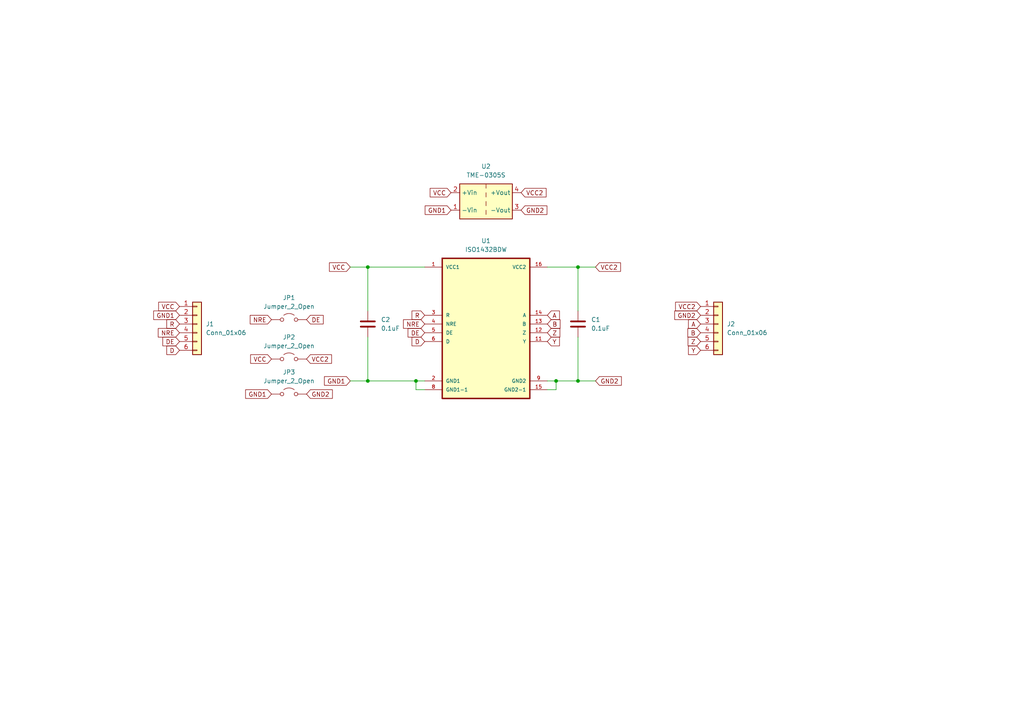
<source format=kicad_sch>
(kicad_sch (version 20231120) (generator "eeschema") (generator_version "8.0")
  (paper "A4")
  (lib_symbols
    (symbol "Connector_Generic:Conn_01x06" (pin_names (offset 1.016) hide)
      (property "Reference" "J" (at 0 7.62 0))
      (property "Value" "Conn_01x06" (at 0 -10.16 0))
      (symbol "Conn_01x06_1_1"
        (rectangle (start -1.27 -7.493) (end 0 -7.747) (stroke (width 0.1524)))
        (rectangle (start -1.27 -4.953) (end 0 -5.207) (stroke (width 0.1524)))
        (rectangle (start -1.27 -2.413) (end 0 -2.667) (stroke (width 0.1524)))
        (rectangle (start -1.27 0.127) (end 0 -0.127) (stroke (width 0.1524)))
        (rectangle (start -1.27 2.667) (end 0 2.413) (stroke (width 0.1524)))
        (rectangle (start -1.27 5.207) (end 0 4.953) (stroke (width 0.1524)))
        (rectangle (start -1.27 6.35) (end 1.27 -8.89) (stroke (width 0.254)) (fill (type background)))
        (pin passive line (at -5.08 5.08 0) (length 3.81) (name "Pin_1") (number "1"))
        (pin passive line (at -5.08 2.54 0) (length 3.81) (name "Pin_2") (number "2"))
        (pin passive line (at -5.08 0 0) (length 3.81) (name "Pin_3") (number "3"))
        (pin passive line (at -5.08 -2.54 0) (length 3.81) (name "Pin_4") (number "4"))
        (pin passive line (at -5.08 -5.08 0) (length 3.81) (name "Pin_5") (number "5"))
        (pin passive line (at -5.08 -7.62 0) (length 3.81) (name "Pin_6") (number "6"))
      )
    )
    (symbol "Converter_DCDC:TME-0305S"
      (property "Reference" "U" (at -6.35 6.35 0))
      (property "Value" "TME-0305S" (at 2.54 6.35 0))
      (symbol "TME-0305S_0_0"
        (pin power_in line (at -10.16 -2.54 0) (length 2.54) (name "-Vin") (number "1"))
        (pin power_in line (at -10.16 2.54 0) (length 2.54) (name "+Vin") (number "2"))
        (pin power_out line (at 10.16 -2.54 180) (length 2.54) (name "-Vout") (number "3"))
        (pin power_out line (at 10.16 2.54 180) (length 2.54) (name "+Vout") (number "4"))
      )
      (symbol "TME-0305S_0_1"
        (rectangle (start -7.62 5.08) (end 7.62 -5.08) (stroke (width 0.254)) (fill (type background)))
        (polyline (pts (xy 0 -2.54) (xy 0 -3.81)))
        (polyline (pts (xy 0 0) (xy 0 -1.27)))
        (polyline (pts (xy 0 2.54) (xy 0 1.27)))
        (polyline (pts (xy 0 5.08) (xy 0 3.81)))
      )
    )
    (symbol "Device:C" (pin_numbers hide) (pin_names (offset 0.254))
      (property "Reference" "C" (at 0.635 2.54 0))
      (property "Value" "C" (at 0.635 -2.54 0))
      (symbol "C_0_1"
        (polyline (pts (xy -2.032 -0.762) (xy 2.032 -0.762)) (stroke (width 0.508)))
        (polyline (pts (xy -2.032 0.762) (xy 2.032 0.762)) (stroke (width 0.508)))
      )
      (symbol "C_1_1"
        (pin passive line (at 0 3.81 270) (length 2.794) (name "~") (number "1"))
        (pin passive line (at 0 -3.81 90) (length 2.794) (name "~") (number "2"))
      )
    )
    (symbol "ISO1432:ISO1432BDW" (pin_names (offset 1.016))
      (property "Reference" "U" (at -12.7 21.32 0))
      (property "Value" "ISO1432BDW" (at -6.096 23.114 0))
      (symbol "ISO1432BDW_0_0"
        (rectangle (start -12.7 20.32) (end 12.7 -20.32) (stroke (width 0.41)) (fill (type background)))
        (pin power_in line (at -17.78 17.78 0) (length 5.08) (name "VCC1") (number "1"))
        (pin output line (at 17.78 -3.81 180) (length 5.08) (name "Y") (number "11"))
        (pin bidirectional line (at 17.78 -1.27 180) (length 5.08) (name "Z") (number "12"))
        (pin input line (at 17.78 1.27 180) (length 5.08) (name "B") (number "13"))
        (pin input line (at 17.78 3.81 180) (length 5.08) (name "A") (number "14"))
        (pin power_in line (at 17.78 -17.78 180) (length 5.08) (name "GND2-1") (number "15"))
        (pin power_in line (at 17.78 17.78 180) (length 5.08) (name "VCC2") (number "16"))
        (pin power_in line (at -17.78 -15.24 0) (length 5.08) (name "GND1") (number "2"))
        (pin output line (at -17.78 3.81 0) (length 5.08) (name "R") (number "3"))
        (pin input line (at -17.78 1.27 0) (length 5.08) (name "NRE") (number "4"))
        (pin input line (at -17.78 -1.27 0) (length 5.08) (name "DE") (number "5"))
        (pin input line (at -17.78 -3.81 0) (length 5.08) (name "D") (number "6"))
        (pin power_in line (at -17.78 -17.78 0) (length 5.08) (name "GND1-1") (number "8"))
        (pin power_in line (at 17.78 -15.24 180) (length 5.08) (name "GND2") (number "9"))
      )
    )
    (symbol "Jumper:Jumper_2_Open" (pin_numbers hide) (pin_names (offset 0) hide) (exclude_from_sim yes)
      (property "Reference" "JP" (at 0 2.794 0))
      (property "Value" "Jumper_2_Open" (at 0 -2.286 0))
      (symbol "Jumper_2_Open_0_0"
        (circle (center -2.032 0) (radius 0.508))
        (circle (center 2.032 0) (radius 0.508))
      )
      (symbol "Jumper_2_Open_0_1"
        (arc (start 1.524 1.27) (mid 0 1.778) (end -1.524 1.27))
      )
      (symbol "Jumper_2_Open_1_1"
        (pin passive line (at -5.08 0 0) (length 2.54) (name "A") (number "1"))
        (pin passive line (at 5.08 0 180) (length 2.54) (name "B") (number "2"))
      )
    )
  )
  (junction (at 120.65 110.49))
  (junction (at 106.68 110.49))
  (junction (at 167.64 77.47))
  (junction (at 167.64 110.49))
  (junction (at 106.68 77.47))
  (junction (at 161.29 110.49))
  (wire (pts (xy 167.64 77.47) (xy 167.64 90.17)))
  (wire (pts (xy 106.68 90.17) (xy 106.68 77.47)))
  (wire (pts (xy 106.68 77.47) (xy 123.19 77.47)))
  (wire (pts (xy 167.64 110.49) (xy 172.72 110.49)))
  (wire (pts (xy 106.68 77.47) (xy 101.6 77.47)))
  (wire (pts (xy 106.68 110.49) (xy 120.65 110.49)))
  (wire (pts (xy 161.29 110.49) (xy 161.29 113.03)))
  (wire (pts (xy 158.75 110.49) (xy 161.29 110.49)))
  (wire (pts (xy 167.64 110.49) (xy 161.29 110.49)))
  (wire (pts (xy 158.75 77.47) (xy 167.64 77.47)))
  (wire (pts (xy 120.65 110.49) (xy 120.65 113.03)))
  (wire (pts (xy 161.29 113.03) (xy 158.75 113.03)))
  (wire (pts (xy 123.19 110.49) (xy 120.65 110.49)))
  (wire (pts (xy 120.65 113.03) (xy 123.19 113.03)))
  (wire (pts (xy 167.64 77.47) (xy 172.72 77.47)))
  (wire (pts (xy 167.64 97.79) (xy 167.64 110.49)))
  (wire (pts (xy 101.6 110.49) (xy 106.68 110.49)))
  (wire (pts (xy 106.68 110.49) (xy 106.68 97.79)))
  (global_label "Z" (shape input) (at 203.2 99.06 180) (property "Intersheetrefs" "${INTERSHEET_REFS}" (effects (hide yes))))
  (global_label "DE" (shape input) (at 123.19 96.52 180) (property "Intersheetrefs" "${INTERSHEET_REFS}" (effects (hide yes))))
  (global_label "R" (shape input) (at 52.07 93.98 180) (property "Intersheetrefs" "${INTERSHEET_REFS}" (effects (hide yes))))
  (global_label "Z" (shape input) (at 158.75 96.52 0) (property "Intersheetrefs" "${INTERSHEET_REFS}" (effects (hide yes))))
  (global_label "DE" (shape input) (at 52.07 99.06 180) (property "Intersheetrefs" "${INTERSHEET_REFS}" (effects (hide yes))))
  (global_label "Y" (shape input) (at 203.2 101.6 180) (property "Intersheetrefs" "${INTERSHEET_REFS}" (effects (hide yes))))
  (global_label "D" (shape input) (at 123.19 99.06 180) (property "Intersheetrefs" "${INTERSHEET_REFS}" (effects (hide yes))))
  (global_label "NRE" (shape input) (at 123.19 93.98 180) (property "Intersheetrefs" "${INTERSHEET_REFS}" (effects (hide yes))))
  (global_label "B" (shape input) (at 203.2 96.52 180) (property "Intersheetrefs" "${INTERSHEET_REFS}" (effects (hide yes))))
  (global_label "GND1" (shape input) (at 52.07 91.44 180) (property "Intersheetrefs" "${INTERSHEET_REFS}" (effects (hide yes))))
  (global_label "GND1" (shape input) (at 101.6 110.49 180) (property "Intersheetrefs" "${INTERSHEET_REFS}" (effects (hide yes))))
  (global_label "VCC" (shape input) (at 101.6 77.47 180) (property "Intersheetrefs" "${INTERSHEET_REFS}" (effects (hide yes))))
  (global_label "GND1" (shape input) (at 130.81 60.96 180) (property "Intersheetrefs" "${INTERSHEET_REFS}" (effects (hide yes))))
  (global_label "VCC" (shape input) (at 78.74 104.14 180) (property "Intersheetrefs" "${INTERSHEET_REFS}" (effects (hide yes))))
  (global_label "GND2" (shape input) (at 172.72 110.49 0) (property "Intersheetrefs" "${INTERSHEET_REFS}" (effects (hide yes))))
  (global_label "VCC2" (shape input) (at 172.72 77.47 0) (property "Intersheetrefs" "${INTERSHEET_REFS}" (effects (hide yes))))
  (global_label "GND2" (shape input) (at 151.13 60.96 0) (property "Intersheetrefs" "${INTERSHEET_REFS}" (effects (hide yes))))
  (global_label "DE" (shape input) (at 88.9 92.71 0) (property "Intersheetrefs" "${INTERSHEET_REFS}" (effects (hide yes))))
  (global_label "VCC2" (shape input) (at 88.9 104.14 0) (property "Intersheetrefs" "${INTERSHEET_REFS}" (effects (hide yes))))
  (global_label "VCC2" (shape input) (at 203.2 88.9 180) (property "Intersheetrefs" "${INTERSHEET_REFS}" (effects (hide yes))))
  (global_label "GND2" (shape input) (at 88.9 114.3 0) (property "Intersheetrefs" "${INTERSHEET_REFS}" (effects (hide yes))))
  (global_label "R" (shape input) (at 123.19 91.44 180) (property "Intersheetrefs" "${INTERSHEET_REFS}" (effects (hide yes))))
  (global_label "VCC" (shape input) (at 130.81 55.88 180) (property "Intersheetrefs" "${INTERSHEET_REFS}" (effects (hide yes))))
  (global_label "GND1" (shape input) (at 78.74 114.3 180) (property "Intersheetrefs" "${INTERSHEET_REFS}" (effects (hide yes))))
  (global_label "GND2" (shape input) (at 203.2 91.44 180) (property "Intersheetrefs" "${INTERSHEET_REFS}" (effects (hide yes))))
  (global_label "A" (shape input) (at 158.75 91.44 0) (property "Intersheetrefs" "${INTERSHEET_REFS}" (effects (hide yes))))
  (global_label "A" (shape input) (at 203.2 93.98 180) (property "Intersheetrefs" "${INTERSHEET_REFS}" (effects (hide yes))))
  (global_label "VCC" (shape input) (at 52.07 88.9 180) (property "Intersheetrefs" "${INTERSHEET_REFS}" (effects (hide yes))))
  (global_label "D" (shape input) (at 52.07 101.6 180) (property "Intersheetrefs" "${INTERSHEET_REFS}" (effects (hide yes))))
  (global_label "VCC2" (shape input) (at 151.13 55.88 0) (property "Intersheetrefs" "${INTERSHEET_REFS}" (effects (hide yes))))
  (global_label "NRE" (shape input) (at 52.07 96.52 180) (property "Intersheetrefs" "${INTERSHEET_REFS}" (effects (hide yes))))
  (global_label "NRE" (shape input) (at 78.74 92.71 180) (property "Intersheetrefs" "${INTERSHEET_REFS}" (effects (hide yes))))
  (global_label "B" (shape input) (at 158.75 93.98 0) (property "Intersheetrefs" "${INTERSHEET_REFS}" (effects (hide yes))))
  (global_label "Y" (shape input) (at 158.75 99.06 0) (property "Intersheetrefs" "${INTERSHEET_REFS}" (effects (hide yes))))
  (symbol (lib_id "ISO1432:ISO1432BDW") (at 140.97 95.25 0) (unit 1)
    (property "Reference" "U1" (at 140.97 69.85 0))
    (property "Value" "ISO1432BDW" (at 140.97 72.39 0))
    (property "Footprint" "ISO1432:SOIC127P1030X265-16N" (effects (hide yes)))
    (property "MF" "Texas Instruments" (effects (hide yes)))
    (property "Description_1" "\nEMC protected, 12-Mbps, full-duplex, 5-kVrms isolated RS-485 & RS-422 transceiver\n" (effects (hide yes)))
    (property "Package" "SOIC-16 Texas Instruments" (effects (hide yes)))
    (property "Price" "None" (effects (hide yes)))
    (property "SnapEDA_Link" "https://www.snapeda.com/parts/ISO1432BDW/Texas+Instruments/view-part/?ref=snap" (effects (hide yes)))
    (property "MP" "ISO1432BDW" (effects (hide yes)))
    (property "Availability" "In Stock" (effects (hide yes)))
    (property "Check_prices" "https://www.snapeda.com/parts/ISO1432BDW/Texas+Instruments/view-part/?ref=eda" (effects (hide yes)))
  )
  (symbol (lib_id "Connector_Generic:Conn_01x06") (at 57.15 93.98 0) (unit 1)
    (property "Reference" "J1" (at 59.69 93.9799 0) (effects (justify left)))
    (property "Value" "Conn_01x06" (at 59.69 96.5199 0) (effects (justify left)))
    (property "Footprint" "Connector_PinHeader_2.54mm:PinHeader_1x06_P2.54mm_Vertical" (effects (hide yes)))
    (property "Description" "Generic connector, single row, 01x06, script generated (kicad-library-utils/schlib/autogen/connector/)" (effects (hide yes)))
  )
  (symbol (lib_id "Device:C") (at 167.64 93.98 0) (unit 1)
    (property "Reference" "C1" (at 171.45 92.7099 0) (effects (justify left)))
    (property "Value" "0.1uF" (at 171.45 95.2499 0) (effects (justify left)))
    (property "Footprint" "Capacitor_SMD:C_1206_3216Metric_Pad1.33x1.80mm_HandSolder" (effects (hide yes)))
    (property "Description" "Unpolarized capacitor" (effects (hide yes)))
  )
  (symbol (lib_id "Jumper:Jumper_2_Open") (at 83.82 104.14 0) (unit 1) (exclude_from_sim yes)
    (property "Reference" "JP2" (at 83.82 97.79 0))
    (property "Value" "Jumper_2_Open" (at 83.82 100.33 0))
    (property "Footprint" "Jumper:SolderJumper-2_P1.3mm_Open_Pad1.0x1.5mm" (effects (hide yes)))
    (property "Description" "Jumper, 2-pole, open" (effects (hide yes)))
  )
  (symbol (lib_id "Converter_DCDC:TME-0305S") (at 140.97 58.42 0) (unit 1)
    (property "Reference" "U2" (at 140.97 48.26 0))
    (property "Value" "TME-0305S" (at 140.97 50.8 0))
    (property "Footprint" "Converter_DCDC:Converter_DCDC_TRACO_TME_03xxS_05xxS_12xxS_Single_THT" (effects (hide yes)))
    (property "Datasheet" "https://www.tracopower.com/products/tme.pdf" (effects (hide yes)))
    (property "Description" "1W DC/DC converter unregulated, 2.97-3.63V input, 5V output voltage, 200mA output, 1kVDC isolation, SIP-4" (effects (hide yes)))
  )
  (symbol (lib_id "Device:C") (at 106.68 93.98 0) (unit 1)
    (property "Reference" "C2" (at 110.49 92.7099 0) (effects (justify left)))
    (property "Value" "0.1uF" (at 110.49 95.2499 0) (effects (justify left)))
    (property "Footprint" "Capacitor_SMD:C_1206_3216Metric_Pad1.33x1.80mm_HandSolder" (effects (hide yes)))
    (property "Description" "Unpolarized capacitor" (effects (hide yes)))
  )
  (symbol (lib_id "Connector_Generic:Conn_01x06") (at 208.28 93.98 0) (unit 1)
    (property "Reference" "J2" (at 210.82 93.9799 0) (effects (justify left)))
    (property "Value" "Conn_01x06" (at 210.82 96.5199 0) (effects (justify left)))
    (property "Footprint" "Connector_PinHeader_2.54mm:PinHeader_1x06_P2.54mm_Vertical" (effects (hide yes)))
    (property "Description" "Generic connector, single row, 01x06, script generated (kicad-library-utils/schlib/autogen/connector/)" (effects (hide yes)))
  )
  (symbol (lib_id "Jumper:Jumper_2_Open") (at 83.82 92.71 0) (unit 1) (exclude_from_sim yes)
    (property "Reference" "JP1" (at 83.82 86.36 0))
    (property "Value" "Jumper_2_Open" (at 83.82 88.9 0))
    (property "Footprint" "Jumper:SolderJumper-2_P1.3mm_Open_Pad1.0x1.5mm" (effects (hide yes)))
    (property "Description" "Jumper, 2-pole, open" (effects (hide yes)))
  )
  (symbol (lib_id "Jumper:Jumper_2_Open") (at 83.82 114.3 0) (unit 1) (exclude_from_sim yes)
    (property "Reference" "JP3" (at 83.82 107.95 0))
    (property "Value" "Jumper_2_Open" (at 83.82 110.49 0))
    (property "Footprint" "Jumper:SolderJumper-2_P1.3mm_Open_Pad1.0x1.5mm" (effects (hide yes)))
    (property "Description" "Jumper, 2-pole, open" (effects (hide yes)))
  )
)
</source>
